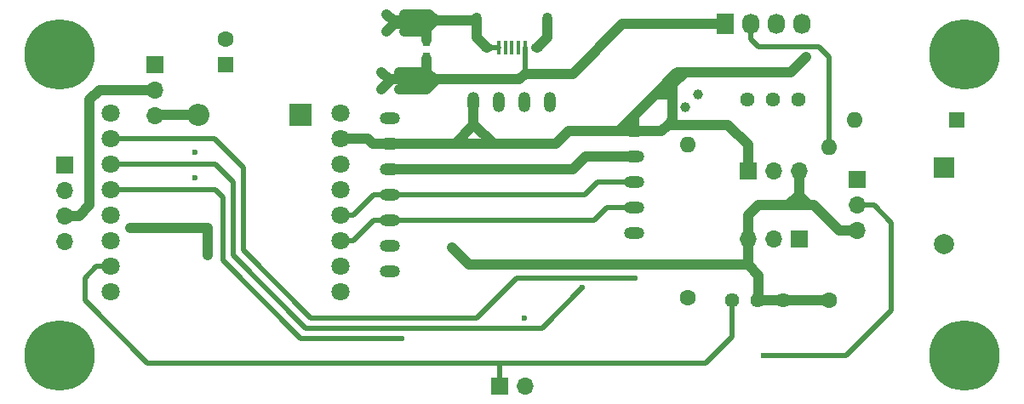
<source format=gtl>
G04 #@! TF.FileFunction,Copper,L1,Top,Signal*
%FSLAX46Y46*%
G04 Gerber Fmt 4.6, Leading zero omitted, Abs format (unit mm)*
G04 Created by KiCad (PCBNEW 4.0.7) date 08/13/18 20:02:33*
%MOMM*%
%LPD*%
G01*
G04 APERTURE LIST*
%ADD10C,0.100000*%
%ADD11R,2.000000X2.000000*%
%ADD12C,2.000000*%
%ADD13R,0.750000X1.200000*%
%ADD14R,1.600000X1.600000*%
%ADD15C,1.600000*%
%ADD16O,1.600000X1.600000*%
%ADD17C,7.000000*%
%ADD18R,0.400000X1.350000*%
%ADD19O,1.250000X0.950000*%
%ADD20O,1.000000X1.550000*%
%ADD21R,1.700000X1.700000*%
%ADD22O,1.700000X1.700000*%
%ADD23C,1.000000*%
%ADD24R,1.000000X1.000000*%
%ADD25C,1.440000*%
%ADD26R,1.727200X2.032000*%
%ADD27O,1.727200X2.032000*%
%ADD28C,1.800000*%
%ADD29O,2.000000X1.200000*%
%ADD30O,1.200000X2.000000*%
%ADD31R,2.200000X2.200000*%
%ADD32O,2.200000X2.200000*%
%ADD33C,0.600000*%
%ADD34C,1.000000*%
%ADD35C,0.500000*%
G04 APERTURE END LIST*
D10*
D11*
X93000000Y-16250000D03*
D12*
X93000000Y-23850000D03*
D13*
X41500000Y-5450000D03*
X41500000Y-3550000D03*
D14*
X21500000Y-6000000D03*
D15*
X21500000Y-3500000D03*
D14*
X94250000Y-11500000D03*
D16*
X84090000Y-11500000D03*
D17*
X5000000Y-5000000D03*
X5000000Y-35000000D03*
X95000000Y-5000000D03*
X95000000Y-35000000D03*
D18*
X51300000Y-4350000D03*
X50650000Y-4350000D03*
X50000000Y-4350000D03*
X49350000Y-4350000D03*
X48700000Y-4350000D03*
D19*
X52500000Y-4350000D03*
X47500000Y-4350000D03*
D20*
X53500000Y-1650000D03*
X46500000Y-1650000D03*
D21*
X14500000Y-6000000D03*
D22*
X14500000Y-8540000D03*
X14500000Y-11080000D03*
D23*
X67270000Y-10270000D03*
X68540000Y-9000000D03*
D24*
X66000000Y-9000000D03*
D21*
X48750000Y-38000000D03*
D22*
X51290000Y-38000000D03*
D15*
X67500000Y-29250000D03*
D16*
X67500000Y-14010000D03*
D15*
X81500000Y-29500000D03*
D16*
X81500000Y-14260000D03*
D25*
X78500000Y-9500000D03*
X75960000Y-9500000D03*
X73420000Y-9500000D03*
X77000000Y-29500000D03*
X74460000Y-29500000D03*
X71920000Y-29500000D03*
D26*
X71190000Y-2000000D03*
D27*
X73730000Y-2000000D03*
X76270000Y-2000000D03*
X78810000Y-2000000D03*
D21*
X5500000Y-16000000D03*
D22*
X5500000Y-18540000D03*
X5500000Y-21080000D03*
X5500000Y-23620000D03*
D21*
X84364000Y-17460000D03*
D22*
X84364000Y-20000000D03*
X84364000Y-22540000D03*
D21*
X73460000Y-16636000D03*
D22*
X76000000Y-16636000D03*
X78540000Y-16636000D03*
D21*
X78540000Y-23364000D03*
D22*
X76000000Y-23364000D03*
X73460000Y-23364000D03*
D28*
X32930000Y-28660000D03*
X32930000Y-26120000D03*
X32930000Y-23580000D03*
X32930000Y-21040000D03*
X32930000Y-18500000D03*
X32930000Y-15960000D03*
X32930000Y-13420000D03*
X32930000Y-10880000D03*
X10070000Y-10880000D03*
X10070000Y-13420000D03*
X10070000Y-15960000D03*
X10070000Y-18500000D03*
X10070000Y-21040000D03*
X10070000Y-23580000D03*
X10070000Y-26120000D03*
X10070000Y-28660000D03*
D29*
X37866000Y-11380000D03*
X37866000Y-13920000D03*
X62134000Y-12650000D03*
X37866000Y-16460000D03*
X62134000Y-15190000D03*
X37866000Y-19000000D03*
X62134000Y-17730000D03*
X37866000Y-21540000D03*
X62134000Y-20270000D03*
X37866000Y-24080000D03*
X62134000Y-22810000D03*
X37866000Y-26620000D03*
D30*
X46190000Y-9713000D03*
X48730000Y-9713000D03*
X51270000Y-9713000D03*
X53810000Y-9713000D03*
D31*
X29000000Y-11000000D03*
D32*
X18840000Y-11000000D03*
D33*
X37000000Y-8500000D03*
X38750000Y-8500000D03*
X37000000Y-6750000D03*
X38750000Y-6750000D03*
X18500000Y-14750000D03*
X18500000Y-17250000D03*
X51250000Y-31250000D03*
X19750000Y-25000000D03*
X19750000Y-22250000D03*
X12000000Y-22250000D03*
X79250000Y-5250000D03*
X37500000Y-2750000D03*
X39250000Y-2750000D03*
X39250000Y-1000000D03*
X37500000Y-1000000D03*
X44000000Y-24250000D03*
X51250000Y-21500000D03*
X54000000Y-19000000D03*
X39000000Y-33250000D03*
X75000000Y-35000000D03*
X57000000Y-28250000D03*
X62250000Y-27250000D03*
D34*
X18840000Y-11000000D02*
X14580000Y-11000000D01*
X14580000Y-11000000D02*
X14500000Y-11080000D01*
X51300000Y-6950000D02*
X56050000Y-6950000D01*
X61000000Y-2000000D02*
X71190000Y-2000000D01*
X56050000Y-6950000D02*
X61000000Y-2000000D01*
X37866000Y-16460000D02*
X56040000Y-16460000D01*
X57310000Y-15190000D02*
X62134000Y-15190000D01*
X56040000Y-16460000D02*
X57310000Y-15190000D01*
X37000000Y-8500000D02*
X38000000Y-7500000D01*
X42500000Y-7500000D02*
X38000000Y-7500000D01*
X38000000Y-7500000D02*
X37750000Y-7500000D01*
X37750000Y-7500000D02*
X37000000Y-6750000D01*
X38750000Y-8500000D02*
X41500000Y-8500000D01*
X41500000Y-8500000D02*
X42500000Y-7500000D01*
X38750000Y-6750000D02*
X41500000Y-6750000D01*
D35*
X51300000Y-4350000D02*
X51300000Y-6950000D01*
D34*
X50750000Y-7500000D02*
X42500000Y-7500000D01*
X51300000Y-6950000D02*
X50750000Y-7500000D01*
X42500000Y-7500000D02*
X42250000Y-7500000D01*
X42250000Y-7500000D02*
X41500000Y-6750000D01*
X41500000Y-6750000D02*
X41500000Y-5450000D01*
X12000000Y-22250000D02*
X19750000Y-22250000D01*
X19750000Y-25000000D02*
X19750000Y-22250000D01*
X66000000Y-9000000D02*
X66000000Y-11500000D01*
X66000000Y-11500000D02*
X65500000Y-12000000D01*
X62134000Y-12650000D02*
X64850000Y-12650000D01*
X64850000Y-12650000D02*
X65500000Y-12000000D01*
X73460000Y-13960000D02*
X73460000Y-16636000D01*
X65500000Y-12000000D02*
X71500000Y-12000000D01*
X71500000Y-12000000D02*
X73460000Y-13960000D01*
X67500000Y-6750000D02*
X66500000Y-6750000D01*
X66250000Y-7000000D02*
X64250000Y-9000000D01*
X66500000Y-6750000D02*
X66250000Y-7000000D01*
X79250000Y-5250000D02*
X77750000Y-6750000D01*
X77750000Y-6750000D02*
X67500000Y-6750000D01*
X67500000Y-6750000D02*
X67250000Y-6750000D01*
X66000000Y-8000000D02*
X66000000Y-9000000D01*
X67250000Y-6750000D02*
X66000000Y-8000000D01*
X62134000Y-11116000D02*
X60600000Y-12650000D01*
X66000000Y-9000000D02*
X64250000Y-9000000D01*
X64250000Y-9000000D02*
X62134000Y-11116000D01*
X62134000Y-11116000D02*
X62134000Y-12650000D01*
X46190000Y-11750000D02*
X46190000Y-11940000D01*
X46190000Y-11940000D02*
X48170000Y-13920000D01*
X44250000Y-13920000D02*
X48170000Y-13920000D01*
X48170000Y-13920000D02*
X54330000Y-13920000D01*
X55600000Y-12650000D02*
X60600000Y-12650000D01*
X54330000Y-13920000D02*
X55600000Y-12650000D01*
X60600000Y-12650000D02*
X62134000Y-12650000D01*
X37866000Y-13920000D02*
X36170000Y-13920000D01*
X35670000Y-13420000D02*
X32930000Y-13420000D01*
X36170000Y-13920000D02*
X35670000Y-13420000D01*
X46190000Y-9713000D02*
X46190000Y-11750000D01*
X46190000Y-11750000D02*
X46190000Y-12060000D01*
X44330000Y-13920000D02*
X44250000Y-13920000D01*
X44250000Y-13920000D02*
X37866000Y-13920000D01*
X46190000Y-12060000D02*
X44330000Y-13920000D01*
X46500000Y-1650000D02*
X46500000Y-3350000D01*
X46500000Y-3350000D02*
X47500000Y-4350000D01*
X42000000Y-1650000D02*
X38150000Y-1650000D01*
X38150000Y-1650000D02*
X37500000Y-1000000D01*
X42400000Y-1650000D02*
X42000000Y-1650000D01*
X42000000Y-1650000D02*
X41350000Y-1650000D01*
X41350000Y-1650000D02*
X41000000Y-2000000D01*
X41000000Y-2000000D02*
X38250000Y-2000000D01*
X38250000Y-2000000D02*
X37500000Y-2750000D01*
X39250000Y-1000000D02*
X41750000Y-1000000D01*
X41750000Y-1000000D02*
X42400000Y-1650000D01*
X39250000Y-2750000D02*
X41500000Y-2750000D01*
X46500000Y-1650000D02*
X42400000Y-1650000D01*
X42400000Y-1650000D02*
X42350000Y-1650000D01*
X41500000Y-2500000D02*
X41500000Y-2750000D01*
X42350000Y-1650000D02*
X41500000Y-2500000D01*
X41500000Y-2750000D02*
X41500000Y-3550000D01*
D35*
X48700000Y-4350000D02*
X47500000Y-4350000D01*
D34*
X53500000Y-1650000D02*
X53500000Y-3350000D01*
X53500000Y-3350000D02*
X52500000Y-4350000D01*
X73460000Y-25960000D02*
X45710000Y-25960000D01*
X45710000Y-25960000D02*
X44000000Y-24250000D01*
X81500000Y-29500000D02*
X77000000Y-29500000D01*
X77000000Y-29500000D02*
X74460000Y-29500000D01*
X74460000Y-29500000D02*
X74500000Y-29460000D01*
X74500000Y-29460000D02*
X74500000Y-27000000D01*
X74500000Y-27000000D02*
X73460000Y-25960000D01*
X73460000Y-25960000D02*
X73460000Y-25960000D01*
X73460000Y-25960000D02*
X73460000Y-23364000D01*
X78540000Y-18960000D02*
X78540000Y-19040000D01*
X78540000Y-19040000D02*
X79500000Y-20000000D01*
X84364000Y-22540000D02*
X82540000Y-22540000D01*
X82540000Y-22540000D02*
X80000000Y-20000000D01*
X80000000Y-20000000D02*
X79500000Y-20000000D01*
X79500000Y-20000000D02*
X77500000Y-20000000D01*
X73460000Y-23364000D02*
X73460000Y-21040000D01*
X78540000Y-18960000D02*
X78540000Y-16636000D01*
X77500000Y-20000000D02*
X78540000Y-18960000D01*
X74500000Y-20000000D02*
X77500000Y-20000000D01*
X73460000Y-21040000D02*
X74500000Y-20000000D01*
X14500000Y-8540000D02*
X8960000Y-8540000D01*
X6920000Y-21080000D02*
X5500000Y-21080000D01*
X8000000Y-20000000D02*
X6920000Y-21080000D01*
X8000000Y-9500000D02*
X8000000Y-20000000D01*
X8960000Y-8540000D02*
X8000000Y-9500000D01*
D35*
X48750000Y-38000000D02*
X48750000Y-35750000D01*
X71920000Y-29500000D02*
X71920000Y-33080000D01*
X8630000Y-26120000D02*
X10070000Y-26120000D01*
X7500000Y-27250000D02*
X8630000Y-26120000D01*
X7500000Y-29500000D02*
X7500000Y-27250000D01*
X13750000Y-35750000D02*
X7500000Y-29500000D01*
X69250000Y-35750000D02*
X48750000Y-35750000D01*
X48750000Y-35750000D02*
X13750000Y-35750000D01*
X71920000Y-33080000D02*
X69250000Y-35750000D01*
X73730000Y-2000000D02*
X73730000Y-3480000D01*
X81500000Y-5250000D02*
X81500000Y-14260000D01*
X80500000Y-4250000D02*
X81500000Y-5250000D01*
X74500000Y-4250000D02*
X80500000Y-4250000D01*
X73730000Y-3480000D02*
X74500000Y-4250000D01*
X51250000Y-21500000D02*
X51250000Y-21540000D01*
X37866000Y-21540000D02*
X51250000Y-21540000D01*
X51250000Y-21540000D02*
X58210000Y-21540000D01*
X59480000Y-20270000D02*
X62134000Y-20270000D01*
X58210000Y-21540000D02*
X59480000Y-20270000D01*
X37866000Y-21540000D02*
X36210000Y-21540000D01*
X34170000Y-23580000D02*
X32930000Y-23580000D01*
X36210000Y-21540000D02*
X34170000Y-23580000D01*
X37866000Y-19000000D02*
X54000000Y-19000000D01*
X54000000Y-19000000D02*
X57250000Y-19000000D01*
X58520000Y-17730000D02*
X62134000Y-17730000D01*
X57250000Y-19000000D02*
X58520000Y-17730000D01*
X37866000Y-19000000D02*
X36250000Y-19000000D01*
X34210000Y-21040000D02*
X32930000Y-21040000D01*
X36250000Y-19000000D02*
X34210000Y-21040000D01*
X84364000Y-20000000D02*
X86000000Y-20000000D01*
X20500000Y-18500000D02*
X10070000Y-18500000D01*
X21250000Y-19250000D02*
X20500000Y-18500000D01*
X21250000Y-25500000D02*
X21250000Y-19250000D01*
X29000000Y-33250000D02*
X21250000Y-25500000D01*
X29250000Y-33250000D02*
X29000000Y-33250000D01*
X39000000Y-33250000D02*
X29250000Y-33250000D01*
X83250000Y-35000000D02*
X75000000Y-35000000D01*
X87750000Y-30500000D02*
X83250000Y-35000000D01*
X87750000Y-21750000D02*
X87750000Y-30500000D01*
X86000000Y-20000000D02*
X87750000Y-21750000D01*
X20460000Y-15960000D02*
X10070000Y-15960000D01*
X22250000Y-17750000D02*
X20460000Y-15960000D01*
X22250000Y-25000000D02*
X22250000Y-17750000D01*
X29500000Y-32250000D02*
X22250000Y-25000000D01*
X53000000Y-32250000D02*
X29500000Y-32250000D01*
X57000000Y-28250000D02*
X53000000Y-32250000D01*
X62250000Y-27250000D02*
X50500000Y-27250000D01*
X50500000Y-27250000D02*
X46500000Y-31250000D01*
X20420000Y-13420000D02*
X10070000Y-13420000D01*
X23250000Y-16250000D02*
X20420000Y-13420000D01*
X23250000Y-24500000D02*
X23250000Y-16250000D01*
X30000000Y-31250000D02*
X23250000Y-24500000D01*
X46500000Y-31250000D02*
X30000000Y-31250000D01*
M02*

</source>
